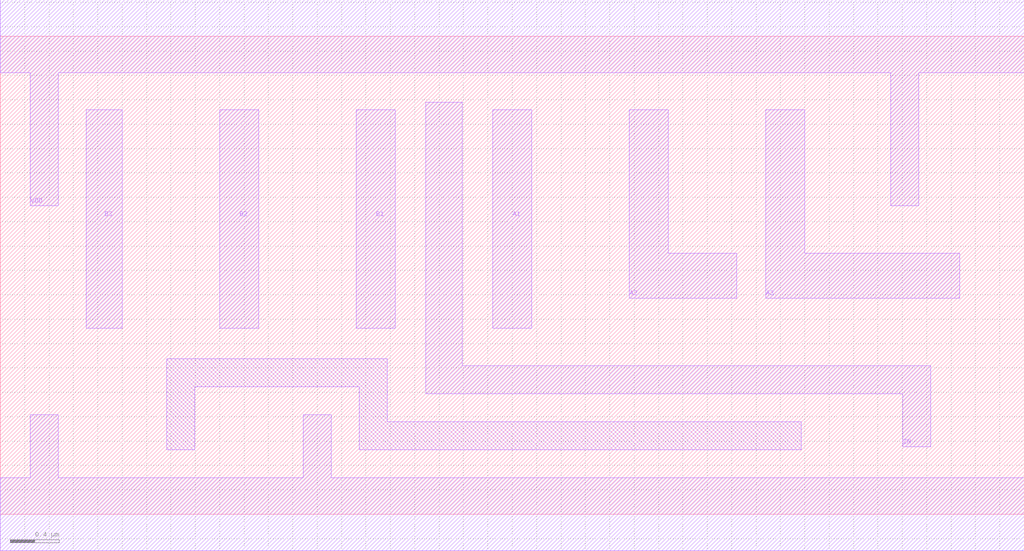
<source format=lef>
# Copyright 2022 GlobalFoundries PDK Authors
#
# Licensed under the Apache License, Version 2.0 (the "License");
# you may not use this file except in compliance with the License.
# You may obtain a copy of the License at
#
#      http://www.apache.org/licenses/LICENSE-2.0
#
# Unless required by applicable law or agreed to in writing, software
# distributed under the License is distributed on an "AS IS" BASIS,
# WITHOUT WARRANTIES OR CONDITIONS OF ANY KIND, either express or implied.
# See the License for the specific language governing permissions and
# limitations under the License.

MACRO gf180mcu_fd_sc_mcu7t5v0__oai33_1
  CLASS core ;
  FOREIGN gf180mcu_fd_sc_mcu7t5v0__oai33_1 0.0 0.0 ;
  ORIGIN 0 0 ;
  SYMMETRY X Y ;
  SITE GF018hv5v_mcu_sc7 ;
  SIZE 8.4 BY 3.92 ;
  PIN A1
    DIRECTION INPUT ;
    ANTENNAGATEAREA 1.0395 ;
    PORT
      LAYER METAL1 ;
        POLYGON 4.04 1.525 4.36 1.525 4.36 3.32 4.04 3.32  ;
    END
  END A1
  PIN A2
    DIRECTION INPUT ;
    ANTENNAGATEAREA 1.0395 ;
    PORT
      LAYER METAL1 ;
        POLYGON 5.16 1.77 6.04 1.77 6.04 2.14 5.48 2.14 5.48 3.32 5.16 3.32  ;
    END
  END A2
  PIN A3
    DIRECTION INPUT ;
    ANTENNAGATEAREA 1.0395 ;
    PORT
      LAYER METAL1 ;
        POLYGON 6.28 1.77 6.57 1.77 7.87 1.77 7.87 2.14 6.6 2.14 6.6 3.32 6.57 3.32 6.28 3.32  ;
    END
  END A3
  PIN B1
    DIRECTION INPUT ;
    ANTENNAGATEAREA 1.0395 ;
    PORT
      LAYER METAL1 ;
        POLYGON 2.92 1.525 3.24 1.525 3.24 3.32 2.92 3.32  ;
    END
  END B1
  PIN B2
    DIRECTION INPUT ;
    ANTENNAGATEAREA 1.0395 ;
    PORT
      LAYER METAL1 ;
        POLYGON 1.8 1.525 2.12 1.525 2.12 3.32 1.8 3.32  ;
    END
  END B2
  PIN B3
    DIRECTION INPUT ;
    ANTENNAGATEAREA 1.0395 ;
    PORT
      LAYER METAL1 ;
        POLYGON 0.705 1.525 1 1.525 1 3.32 0.705 3.32  ;
    END
  END B3
  PIN ZN
    DIRECTION OUTPUT ;
    ANTENNADIFFAREA 1.8719 ;
    PORT
      LAYER METAL1 ;
        POLYGON 3.49 0.99 6.57 0.99 7.405 0.99 7.405 0.555 7.635 0.555 7.635 1.22 6.57 1.22 3.79 1.22 3.79 3.38 3.49 3.38  ;
    END
  END ZN
  PIN VDD
    DIRECTION INOUT ;
    USE power ;
    SHAPE ABUTMENT ;
    PORT
      LAYER METAL1 ;
        POLYGON 0 3.62 0.245 3.62 0.245 2.53 0.475 2.53 0.475 3.62 6.57 3.62 7.305 3.62 7.305 2.53 7.535 2.53 7.535 3.62 8.4 3.62 8.4 4.22 6.57 4.22 0 4.22  ;
    END
  END VDD
  PIN VSS
    DIRECTION INOUT ;
    USE ground ;
    SHAPE ABUTMENT ;
    PORT
      LAYER METAL1 ;
        POLYGON 0 -0.3 8.4 -0.3 8.4 0.3 2.715 0.3 2.715 0.815 2.485 0.815 2.485 0.3 0.475 0.3 0.475 0.815 0.245 0.815 0.245 0.3 0 0.3  ;
    END
  END VSS
  OBS
      LAYER METAL1 ;
        POLYGON 1.365 0.53 1.595 0.53 1.595 1.045 2.945 1.045 2.945 0.53 6.57 0.53 6.57 0.76 3.175 0.76 3.175 1.275 1.365 1.275  ;
  END
END gf180mcu_fd_sc_mcu7t5v0__oai33_1

</source>
